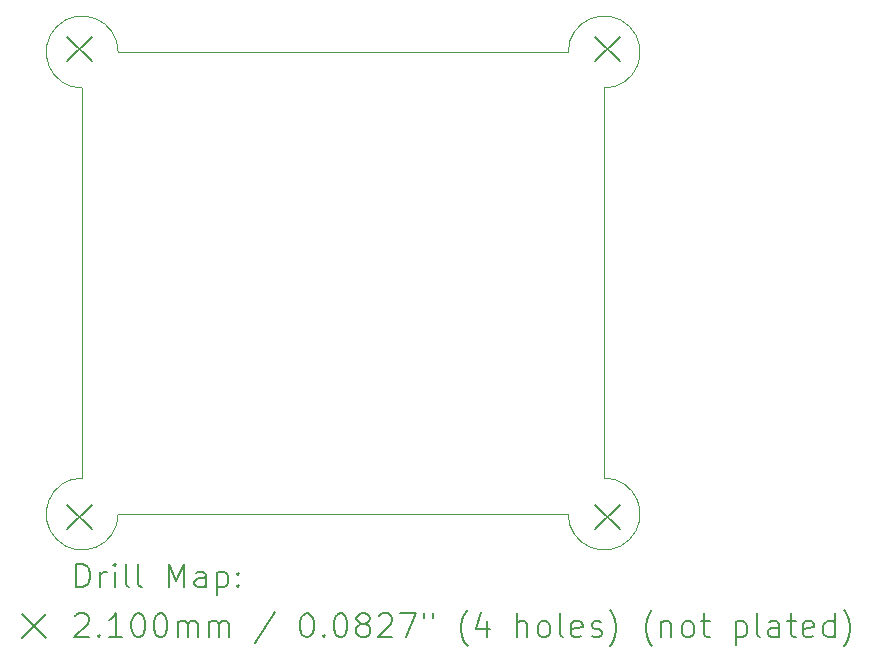
<source format=gbr>
%TF.GenerationSoftware,KiCad,Pcbnew,7.0.10*%
%TF.CreationDate,2024-02-27T03:30:27+03:00*%
%TF.ProjectId,Arduino_Datalogger,41726475-696e-46f5-9f44-6174616c6f67,1.0*%
%TF.SameCoordinates,Original*%
%TF.FileFunction,Drillmap*%
%TF.FilePolarity,Positive*%
%FSLAX45Y45*%
G04 Gerber Fmt 4.5, Leading zero omitted, Abs format (unit mm)*
G04 Created by KiCad (PCBNEW 7.0.10) date 2024-02-27 03:30:27*
%MOMM*%
%LPD*%
G01*
G04 APERTURE LIST*
%ADD10C,0.100000*%
%ADD11C,0.200000*%
%ADD12C,0.210000*%
G04 APERTURE END LIST*
D10*
X13157200Y-10490200D02*
G75*
G03*
X13462000Y-10795000I0J-304800D01*
G01*
X17576800Y-10490200D02*
X17576800Y-7188200D01*
X13157200Y-7188200D02*
X13157200Y-10490200D01*
X17576800Y-7188200D02*
G75*
G03*
X17272000Y-6883400I0J304800D01*
G01*
X17272000Y-6883400D02*
X13462000Y-6883400D01*
X13462000Y-10795000D02*
X17272000Y-10795000D01*
X17272000Y-10795000D02*
G75*
G03*
X17576800Y-10490200I304800J0D01*
G01*
X13462000Y-6883400D02*
G75*
G03*
X13157200Y-7188200I-304800J0D01*
G01*
D11*
D12*
X13026800Y-6753000D02*
X13236800Y-6963000D01*
X13236800Y-6753000D02*
X13026800Y-6963000D01*
X13026800Y-10715400D02*
X13236800Y-10925400D01*
X13236800Y-10715400D02*
X13026800Y-10925400D01*
X17497200Y-6753000D02*
X17707200Y-6963000D01*
X17707200Y-6753000D02*
X17497200Y-6963000D01*
X17497200Y-10715400D02*
X17707200Y-10925400D01*
X17707200Y-10715400D02*
X17497200Y-10925400D01*
D11*
X13108177Y-11416284D02*
X13108177Y-11216284D01*
X13108177Y-11216284D02*
X13155796Y-11216284D01*
X13155796Y-11216284D02*
X13184367Y-11225808D01*
X13184367Y-11225808D02*
X13203415Y-11244855D01*
X13203415Y-11244855D02*
X13212939Y-11263903D01*
X13212939Y-11263903D02*
X13222462Y-11301998D01*
X13222462Y-11301998D02*
X13222462Y-11330569D01*
X13222462Y-11330569D02*
X13212939Y-11368665D01*
X13212939Y-11368665D02*
X13203415Y-11387712D01*
X13203415Y-11387712D02*
X13184367Y-11406760D01*
X13184367Y-11406760D02*
X13155796Y-11416284D01*
X13155796Y-11416284D02*
X13108177Y-11416284D01*
X13308177Y-11416284D02*
X13308177Y-11282950D01*
X13308177Y-11321046D02*
X13317701Y-11301998D01*
X13317701Y-11301998D02*
X13327224Y-11292474D01*
X13327224Y-11292474D02*
X13346272Y-11282950D01*
X13346272Y-11282950D02*
X13365320Y-11282950D01*
X13431986Y-11416284D02*
X13431986Y-11282950D01*
X13431986Y-11216284D02*
X13422462Y-11225808D01*
X13422462Y-11225808D02*
X13431986Y-11235331D01*
X13431986Y-11235331D02*
X13441510Y-11225808D01*
X13441510Y-11225808D02*
X13431986Y-11216284D01*
X13431986Y-11216284D02*
X13431986Y-11235331D01*
X13555796Y-11416284D02*
X13536748Y-11406760D01*
X13536748Y-11406760D02*
X13527224Y-11387712D01*
X13527224Y-11387712D02*
X13527224Y-11216284D01*
X13660558Y-11416284D02*
X13641510Y-11406760D01*
X13641510Y-11406760D02*
X13631986Y-11387712D01*
X13631986Y-11387712D02*
X13631986Y-11216284D01*
X13889129Y-11416284D02*
X13889129Y-11216284D01*
X13889129Y-11216284D02*
X13955796Y-11359141D01*
X13955796Y-11359141D02*
X14022462Y-11216284D01*
X14022462Y-11216284D02*
X14022462Y-11416284D01*
X14203415Y-11416284D02*
X14203415Y-11311522D01*
X14203415Y-11311522D02*
X14193891Y-11292474D01*
X14193891Y-11292474D02*
X14174843Y-11282950D01*
X14174843Y-11282950D02*
X14136748Y-11282950D01*
X14136748Y-11282950D02*
X14117701Y-11292474D01*
X14203415Y-11406760D02*
X14184367Y-11416284D01*
X14184367Y-11416284D02*
X14136748Y-11416284D01*
X14136748Y-11416284D02*
X14117701Y-11406760D01*
X14117701Y-11406760D02*
X14108177Y-11387712D01*
X14108177Y-11387712D02*
X14108177Y-11368665D01*
X14108177Y-11368665D02*
X14117701Y-11349617D01*
X14117701Y-11349617D02*
X14136748Y-11340093D01*
X14136748Y-11340093D02*
X14184367Y-11340093D01*
X14184367Y-11340093D02*
X14203415Y-11330569D01*
X14298653Y-11282950D02*
X14298653Y-11482950D01*
X14298653Y-11292474D02*
X14317701Y-11282950D01*
X14317701Y-11282950D02*
X14355796Y-11282950D01*
X14355796Y-11282950D02*
X14374843Y-11292474D01*
X14374843Y-11292474D02*
X14384367Y-11301998D01*
X14384367Y-11301998D02*
X14393891Y-11321046D01*
X14393891Y-11321046D02*
X14393891Y-11378188D01*
X14393891Y-11378188D02*
X14384367Y-11397236D01*
X14384367Y-11397236D02*
X14374843Y-11406760D01*
X14374843Y-11406760D02*
X14355796Y-11416284D01*
X14355796Y-11416284D02*
X14317701Y-11416284D01*
X14317701Y-11416284D02*
X14298653Y-11406760D01*
X14479605Y-11397236D02*
X14489129Y-11406760D01*
X14489129Y-11406760D02*
X14479605Y-11416284D01*
X14479605Y-11416284D02*
X14470082Y-11406760D01*
X14470082Y-11406760D02*
X14479605Y-11397236D01*
X14479605Y-11397236D02*
X14479605Y-11416284D01*
X14479605Y-11292474D02*
X14489129Y-11301998D01*
X14489129Y-11301998D02*
X14479605Y-11311522D01*
X14479605Y-11311522D02*
X14470082Y-11301998D01*
X14470082Y-11301998D02*
X14479605Y-11292474D01*
X14479605Y-11292474D02*
X14479605Y-11311522D01*
X12647400Y-11644800D02*
X12847400Y-11844800D01*
X12847400Y-11644800D02*
X12647400Y-11844800D01*
X13098653Y-11655331D02*
X13108177Y-11645808D01*
X13108177Y-11645808D02*
X13127224Y-11636284D01*
X13127224Y-11636284D02*
X13174843Y-11636284D01*
X13174843Y-11636284D02*
X13193891Y-11645808D01*
X13193891Y-11645808D02*
X13203415Y-11655331D01*
X13203415Y-11655331D02*
X13212939Y-11674379D01*
X13212939Y-11674379D02*
X13212939Y-11693427D01*
X13212939Y-11693427D02*
X13203415Y-11721998D01*
X13203415Y-11721998D02*
X13089129Y-11836284D01*
X13089129Y-11836284D02*
X13212939Y-11836284D01*
X13298653Y-11817236D02*
X13308177Y-11826760D01*
X13308177Y-11826760D02*
X13298653Y-11836284D01*
X13298653Y-11836284D02*
X13289129Y-11826760D01*
X13289129Y-11826760D02*
X13298653Y-11817236D01*
X13298653Y-11817236D02*
X13298653Y-11836284D01*
X13498653Y-11836284D02*
X13384367Y-11836284D01*
X13441510Y-11836284D02*
X13441510Y-11636284D01*
X13441510Y-11636284D02*
X13422462Y-11664855D01*
X13422462Y-11664855D02*
X13403415Y-11683903D01*
X13403415Y-11683903D02*
X13384367Y-11693427D01*
X13622462Y-11636284D02*
X13641510Y-11636284D01*
X13641510Y-11636284D02*
X13660558Y-11645808D01*
X13660558Y-11645808D02*
X13670082Y-11655331D01*
X13670082Y-11655331D02*
X13679605Y-11674379D01*
X13679605Y-11674379D02*
X13689129Y-11712474D01*
X13689129Y-11712474D02*
X13689129Y-11760093D01*
X13689129Y-11760093D02*
X13679605Y-11798188D01*
X13679605Y-11798188D02*
X13670082Y-11817236D01*
X13670082Y-11817236D02*
X13660558Y-11826760D01*
X13660558Y-11826760D02*
X13641510Y-11836284D01*
X13641510Y-11836284D02*
X13622462Y-11836284D01*
X13622462Y-11836284D02*
X13603415Y-11826760D01*
X13603415Y-11826760D02*
X13593891Y-11817236D01*
X13593891Y-11817236D02*
X13584367Y-11798188D01*
X13584367Y-11798188D02*
X13574843Y-11760093D01*
X13574843Y-11760093D02*
X13574843Y-11712474D01*
X13574843Y-11712474D02*
X13584367Y-11674379D01*
X13584367Y-11674379D02*
X13593891Y-11655331D01*
X13593891Y-11655331D02*
X13603415Y-11645808D01*
X13603415Y-11645808D02*
X13622462Y-11636284D01*
X13812939Y-11636284D02*
X13831986Y-11636284D01*
X13831986Y-11636284D02*
X13851034Y-11645808D01*
X13851034Y-11645808D02*
X13860558Y-11655331D01*
X13860558Y-11655331D02*
X13870082Y-11674379D01*
X13870082Y-11674379D02*
X13879605Y-11712474D01*
X13879605Y-11712474D02*
X13879605Y-11760093D01*
X13879605Y-11760093D02*
X13870082Y-11798188D01*
X13870082Y-11798188D02*
X13860558Y-11817236D01*
X13860558Y-11817236D02*
X13851034Y-11826760D01*
X13851034Y-11826760D02*
X13831986Y-11836284D01*
X13831986Y-11836284D02*
X13812939Y-11836284D01*
X13812939Y-11836284D02*
X13793891Y-11826760D01*
X13793891Y-11826760D02*
X13784367Y-11817236D01*
X13784367Y-11817236D02*
X13774843Y-11798188D01*
X13774843Y-11798188D02*
X13765320Y-11760093D01*
X13765320Y-11760093D02*
X13765320Y-11712474D01*
X13765320Y-11712474D02*
X13774843Y-11674379D01*
X13774843Y-11674379D02*
X13784367Y-11655331D01*
X13784367Y-11655331D02*
X13793891Y-11645808D01*
X13793891Y-11645808D02*
X13812939Y-11636284D01*
X13965320Y-11836284D02*
X13965320Y-11702950D01*
X13965320Y-11721998D02*
X13974843Y-11712474D01*
X13974843Y-11712474D02*
X13993891Y-11702950D01*
X13993891Y-11702950D02*
X14022463Y-11702950D01*
X14022463Y-11702950D02*
X14041510Y-11712474D01*
X14041510Y-11712474D02*
X14051034Y-11731522D01*
X14051034Y-11731522D02*
X14051034Y-11836284D01*
X14051034Y-11731522D02*
X14060558Y-11712474D01*
X14060558Y-11712474D02*
X14079605Y-11702950D01*
X14079605Y-11702950D02*
X14108177Y-11702950D01*
X14108177Y-11702950D02*
X14127224Y-11712474D01*
X14127224Y-11712474D02*
X14136748Y-11731522D01*
X14136748Y-11731522D02*
X14136748Y-11836284D01*
X14231986Y-11836284D02*
X14231986Y-11702950D01*
X14231986Y-11721998D02*
X14241510Y-11712474D01*
X14241510Y-11712474D02*
X14260558Y-11702950D01*
X14260558Y-11702950D02*
X14289129Y-11702950D01*
X14289129Y-11702950D02*
X14308177Y-11712474D01*
X14308177Y-11712474D02*
X14317701Y-11731522D01*
X14317701Y-11731522D02*
X14317701Y-11836284D01*
X14317701Y-11731522D02*
X14327224Y-11712474D01*
X14327224Y-11712474D02*
X14346272Y-11702950D01*
X14346272Y-11702950D02*
X14374843Y-11702950D01*
X14374843Y-11702950D02*
X14393891Y-11712474D01*
X14393891Y-11712474D02*
X14403415Y-11731522D01*
X14403415Y-11731522D02*
X14403415Y-11836284D01*
X14793891Y-11626760D02*
X14622463Y-11883903D01*
X15051034Y-11636284D02*
X15070082Y-11636284D01*
X15070082Y-11636284D02*
X15089129Y-11645808D01*
X15089129Y-11645808D02*
X15098653Y-11655331D01*
X15098653Y-11655331D02*
X15108177Y-11674379D01*
X15108177Y-11674379D02*
X15117701Y-11712474D01*
X15117701Y-11712474D02*
X15117701Y-11760093D01*
X15117701Y-11760093D02*
X15108177Y-11798188D01*
X15108177Y-11798188D02*
X15098653Y-11817236D01*
X15098653Y-11817236D02*
X15089129Y-11826760D01*
X15089129Y-11826760D02*
X15070082Y-11836284D01*
X15070082Y-11836284D02*
X15051034Y-11836284D01*
X15051034Y-11836284D02*
X15031986Y-11826760D01*
X15031986Y-11826760D02*
X15022463Y-11817236D01*
X15022463Y-11817236D02*
X15012939Y-11798188D01*
X15012939Y-11798188D02*
X15003415Y-11760093D01*
X15003415Y-11760093D02*
X15003415Y-11712474D01*
X15003415Y-11712474D02*
X15012939Y-11674379D01*
X15012939Y-11674379D02*
X15022463Y-11655331D01*
X15022463Y-11655331D02*
X15031986Y-11645808D01*
X15031986Y-11645808D02*
X15051034Y-11636284D01*
X15203415Y-11817236D02*
X15212939Y-11826760D01*
X15212939Y-11826760D02*
X15203415Y-11836284D01*
X15203415Y-11836284D02*
X15193891Y-11826760D01*
X15193891Y-11826760D02*
X15203415Y-11817236D01*
X15203415Y-11817236D02*
X15203415Y-11836284D01*
X15336748Y-11636284D02*
X15355796Y-11636284D01*
X15355796Y-11636284D02*
X15374844Y-11645808D01*
X15374844Y-11645808D02*
X15384367Y-11655331D01*
X15384367Y-11655331D02*
X15393891Y-11674379D01*
X15393891Y-11674379D02*
X15403415Y-11712474D01*
X15403415Y-11712474D02*
X15403415Y-11760093D01*
X15403415Y-11760093D02*
X15393891Y-11798188D01*
X15393891Y-11798188D02*
X15384367Y-11817236D01*
X15384367Y-11817236D02*
X15374844Y-11826760D01*
X15374844Y-11826760D02*
X15355796Y-11836284D01*
X15355796Y-11836284D02*
X15336748Y-11836284D01*
X15336748Y-11836284D02*
X15317701Y-11826760D01*
X15317701Y-11826760D02*
X15308177Y-11817236D01*
X15308177Y-11817236D02*
X15298653Y-11798188D01*
X15298653Y-11798188D02*
X15289129Y-11760093D01*
X15289129Y-11760093D02*
X15289129Y-11712474D01*
X15289129Y-11712474D02*
X15298653Y-11674379D01*
X15298653Y-11674379D02*
X15308177Y-11655331D01*
X15308177Y-11655331D02*
X15317701Y-11645808D01*
X15317701Y-11645808D02*
X15336748Y-11636284D01*
X15517701Y-11721998D02*
X15498653Y-11712474D01*
X15498653Y-11712474D02*
X15489129Y-11702950D01*
X15489129Y-11702950D02*
X15479606Y-11683903D01*
X15479606Y-11683903D02*
X15479606Y-11674379D01*
X15479606Y-11674379D02*
X15489129Y-11655331D01*
X15489129Y-11655331D02*
X15498653Y-11645808D01*
X15498653Y-11645808D02*
X15517701Y-11636284D01*
X15517701Y-11636284D02*
X15555796Y-11636284D01*
X15555796Y-11636284D02*
X15574844Y-11645808D01*
X15574844Y-11645808D02*
X15584367Y-11655331D01*
X15584367Y-11655331D02*
X15593891Y-11674379D01*
X15593891Y-11674379D02*
X15593891Y-11683903D01*
X15593891Y-11683903D02*
X15584367Y-11702950D01*
X15584367Y-11702950D02*
X15574844Y-11712474D01*
X15574844Y-11712474D02*
X15555796Y-11721998D01*
X15555796Y-11721998D02*
X15517701Y-11721998D01*
X15517701Y-11721998D02*
X15498653Y-11731522D01*
X15498653Y-11731522D02*
X15489129Y-11741046D01*
X15489129Y-11741046D02*
X15479606Y-11760093D01*
X15479606Y-11760093D02*
X15479606Y-11798188D01*
X15479606Y-11798188D02*
X15489129Y-11817236D01*
X15489129Y-11817236D02*
X15498653Y-11826760D01*
X15498653Y-11826760D02*
X15517701Y-11836284D01*
X15517701Y-11836284D02*
X15555796Y-11836284D01*
X15555796Y-11836284D02*
X15574844Y-11826760D01*
X15574844Y-11826760D02*
X15584367Y-11817236D01*
X15584367Y-11817236D02*
X15593891Y-11798188D01*
X15593891Y-11798188D02*
X15593891Y-11760093D01*
X15593891Y-11760093D02*
X15584367Y-11741046D01*
X15584367Y-11741046D02*
X15574844Y-11731522D01*
X15574844Y-11731522D02*
X15555796Y-11721998D01*
X15670082Y-11655331D02*
X15679606Y-11645808D01*
X15679606Y-11645808D02*
X15698653Y-11636284D01*
X15698653Y-11636284D02*
X15746272Y-11636284D01*
X15746272Y-11636284D02*
X15765320Y-11645808D01*
X15765320Y-11645808D02*
X15774844Y-11655331D01*
X15774844Y-11655331D02*
X15784367Y-11674379D01*
X15784367Y-11674379D02*
X15784367Y-11693427D01*
X15784367Y-11693427D02*
X15774844Y-11721998D01*
X15774844Y-11721998D02*
X15660558Y-11836284D01*
X15660558Y-11836284D02*
X15784367Y-11836284D01*
X15851034Y-11636284D02*
X15984367Y-11636284D01*
X15984367Y-11636284D02*
X15898653Y-11836284D01*
X16051034Y-11636284D02*
X16051034Y-11674379D01*
X16127225Y-11636284D02*
X16127225Y-11674379D01*
X16422463Y-11912474D02*
X16412939Y-11902950D01*
X16412939Y-11902950D02*
X16393891Y-11874379D01*
X16393891Y-11874379D02*
X16384368Y-11855331D01*
X16384368Y-11855331D02*
X16374844Y-11826760D01*
X16374844Y-11826760D02*
X16365320Y-11779141D01*
X16365320Y-11779141D02*
X16365320Y-11741046D01*
X16365320Y-11741046D02*
X16374844Y-11693427D01*
X16374844Y-11693427D02*
X16384368Y-11664855D01*
X16384368Y-11664855D02*
X16393891Y-11645808D01*
X16393891Y-11645808D02*
X16412939Y-11617236D01*
X16412939Y-11617236D02*
X16422463Y-11607712D01*
X16584368Y-11702950D02*
X16584368Y-11836284D01*
X16536748Y-11626760D02*
X16489129Y-11769617D01*
X16489129Y-11769617D02*
X16612939Y-11769617D01*
X16841511Y-11836284D02*
X16841511Y-11636284D01*
X16927225Y-11836284D02*
X16927225Y-11731522D01*
X16927225Y-11731522D02*
X16917701Y-11712474D01*
X16917701Y-11712474D02*
X16898653Y-11702950D01*
X16898653Y-11702950D02*
X16870082Y-11702950D01*
X16870082Y-11702950D02*
X16851034Y-11712474D01*
X16851034Y-11712474D02*
X16841511Y-11721998D01*
X17051034Y-11836284D02*
X17031987Y-11826760D01*
X17031987Y-11826760D02*
X17022463Y-11817236D01*
X17022463Y-11817236D02*
X17012939Y-11798188D01*
X17012939Y-11798188D02*
X17012939Y-11741046D01*
X17012939Y-11741046D02*
X17022463Y-11721998D01*
X17022463Y-11721998D02*
X17031987Y-11712474D01*
X17031987Y-11712474D02*
X17051034Y-11702950D01*
X17051034Y-11702950D02*
X17079606Y-11702950D01*
X17079606Y-11702950D02*
X17098653Y-11712474D01*
X17098653Y-11712474D02*
X17108177Y-11721998D01*
X17108177Y-11721998D02*
X17117701Y-11741046D01*
X17117701Y-11741046D02*
X17117701Y-11798188D01*
X17117701Y-11798188D02*
X17108177Y-11817236D01*
X17108177Y-11817236D02*
X17098653Y-11826760D01*
X17098653Y-11826760D02*
X17079606Y-11836284D01*
X17079606Y-11836284D02*
X17051034Y-11836284D01*
X17231987Y-11836284D02*
X17212939Y-11826760D01*
X17212939Y-11826760D02*
X17203415Y-11807712D01*
X17203415Y-11807712D02*
X17203415Y-11636284D01*
X17384368Y-11826760D02*
X17365320Y-11836284D01*
X17365320Y-11836284D02*
X17327225Y-11836284D01*
X17327225Y-11836284D02*
X17308177Y-11826760D01*
X17308177Y-11826760D02*
X17298653Y-11807712D01*
X17298653Y-11807712D02*
X17298653Y-11731522D01*
X17298653Y-11731522D02*
X17308177Y-11712474D01*
X17308177Y-11712474D02*
X17327225Y-11702950D01*
X17327225Y-11702950D02*
X17365320Y-11702950D01*
X17365320Y-11702950D02*
X17384368Y-11712474D01*
X17384368Y-11712474D02*
X17393892Y-11731522D01*
X17393892Y-11731522D02*
X17393892Y-11750569D01*
X17393892Y-11750569D02*
X17298653Y-11769617D01*
X17470082Y-11826760D02*
X17489130Y-11836284D01*
X17489130Y-11836284D02*
X17527225Y-11836284D01*
X17527225Y-11836284D02*
X17546273Y-11826760D01*
X17546273Y-11826760D02*
X17555796Y-11807712D01*
X17555796Y-11807712D02*
X17555796Y-11798188D01*
X17555796Y-11798188D02*
X17546273Y-11779141D01*
X17546273Y-11779141D02*
X17527225Y-11769617D01*
X17527225Y-11769617D02*
X17498653Y-11769617D01*
X17498653Y-11769617D02*
X17479606Y-11760093D01*
X17479606Y-11760093D02*
X17470082Y-11741046D01*
X17470082Y-11741046D02*
X17470082Y-11731522D01*
X17470082Y-11731522D02*
X17479606Y-11712474D01*
X17479606Y-11712474D02*
X17498653Y-11702950D01*
X17498653Y-11702950D02*
X17527225Y-11702950D01*
X17527225Y-11702950D02*
X17546273Y-11712474D01*
X17622463Y-11912474D02*
X17631987Y-11902950D01*
X17631987Y-11902950D02*
X17651034Y-11874379D01*
X17651034Y-11874379D02*
X17660558Y-11855331D01*
X17660558Y-11855331D02*
X17670082Y-11826760D01*
X17670082Y-11826760D02*
X17679606Y-11779141D01*
X17679606Y-11779141D02*
X17679606Y-11741046D01*
X17679606Y-11741046D02*
X17670082Y-11693427D01*
X17670082Y-11693427D02*
X17660558Y-11664855D01*
X17660558Y-11664855D02*
X17651034Y-11645808D01*
X17651034Y-11645808D02*
X17631987Y-11617236D01*
X17631987Y-11617236D02*
X17622463Y-11607712D01*
X17984368Y-11912474D02*
X17974844Y-11902950D01*
X17974844Y-11902950D02*
X17955796Y-11874379D01*
X17955796Y-11874379D02*
X17946273Y-11855331D01*
X17946273Y-11855331D02*
X17936749Y-11826760D01*
X17936749Y-11826760D02*
X17927225Y-11779141D01*
X17927225Y-11779141D02*
X17927225Y-11741046D01*
X17927225Y-11741046D02*
X17936749Y-11693427D01*
X17936749Y-11693427D02*
X17946273Y-11664855D01*
X17946273Y-11664855D02*
X17955796Y-11645808D01*
X17955796Y-11645808D02*
X17974844Y-11617236D01*
X17974844Y-11617236D02*
X17984368Y-11607712D01*
X18060558Y-11702950D02*
X18060558Y-11836284D01*
X18060558Y-11721998D02*
X18070082Y-11712474D01*
X18070082Y-11712474D02*
X18089130Y-11702950D01*
X18089130Y-11702950D02*
X18117701Y-11702950D01*
X18117701Y-11702950D02*
X18136749Y-11712474D01*
X18136749Y-11712474D02*
X18146273Y-11731522D01*
X18146273Y-11731522D02*
X18146273Y-11836284D01*
X18270082Y-11836284D02*
X18251034Y-11826760D01*
X18251034Y-11826760D02*
X18241511Y-11817236D01*
X18241511Y-11817236D02*
X18231987Y-11798188D01*
X18231987Y-11798188D02*
X18231987Y-11741046D01*
X18231987Y-11741046D02*
X18241511Y-11721998D01*
X18241511Y-11721998D02*
X18251034Y-11712474D01*
X18251034Y-11712474D02*
X18270082Y-11702950D01*
X18270082Y-11702950D02*
X18298654Y-11702950D01*
X18298654Y-11702950D02*
X18317701Y-11712474D01*
X18317701Y-11712474D02*
X18327225Y-11721998D01*
X18327225Y-11721998D02*
X18336749Y-11741046D01*
X18336749Y-11741046D02*
X18336749Y-11798188D01*
X18336749Y-11798188D02*
X18327225Y-11817236D01*
X18327225Y-11817236D02*
X18317701Y-11826760D01*
X18317701Y-11826760D02*
X18298654Y-11836284D01*
X18298654Y-11836284D02*
X18270082Y-11836284D01*
X18393892Y-11702950D02*
X18470082Y-11702950D01*
X18422463Y-11636284D02*
X18422463Y-11807712D01*
X18422463Y-11807712D02*
X18431987Y-11826760D01*
X18431987Y-11826760D02*
X18451034Y-11836284D01*
X18451034Y-11836284D02*
X18470082Y-11836284D01*
X18689130Y-11702950D02*
X18689130Y-11902950D01*
X18689130Y-11712474D02*
X18708177Y-11702950D01*
X18708177Y-11702950D02*
X18746273Y-11702950D01*
X18746273Y-11702950D02*
X18765320Y-11712474D01*
X18765320Y-11712474D02*
X18774844Y-11721998D01*
X18774844Y-11721998D02*
X18784368Y-11741046D01*
X18784368Y-11741046D02*
X18784368Y-11798188D01*
X18784368Y-11798188D02*
X18774844Y-11817236D01*
X18774844Y-11817236D02*
X18765320Y-11826760D01*
X18765320Y-11826760D02*
X18746273Y-11836284D01*
X18746273Y-11836284D02*
X18708177Y-11836284D01*
X18708177Y-11836284D02*
X18689130Y-11826760D01*
X18898654Y-11836284D02*
X18879606Y-11826760D01*
X18879606Y-11826760D02*
X18870082Y-11807712D01*
X18870082Y-11807712D02*
X18870082Y-11636284D01*
X19060558Y-11836284D02*
X19060558Y-11731522D01*
X19060558Y-11731522D02*
X19051035Y-11712474D01*
X19051035Y-11712474D02*
X19031987Y-11702950D01*
X19031987Y-11702950D02*
X18993892Y-11702950D01*
X18993892Y-11702950D02*
X18974844Y-11712474D01*
X19060558Y-11826760D02*
X19041511Y-11836284D01*
X19041511Y-11836284D02*
X18993892Y-11836284D01*
X18993892Y-11836284D02*
X18974844Y-11826760D01*
X18974844Y-11826760D02*
X18965320Y-11807712D01*
X18965320Y-11807712D02*
X18965320Y-11788665D01*
X18965320Y-11788665D02*
X18974844Y-11769617D01*
X18974844Y-11769617D02*
X18993892Y-11760093D01*
X18993892Y-11760093D02*
X19041511Y-11760093D01*
X19041511Y-11760093D02*
X19060558Y-11750569D01*
X19127225Y-11702950D02*
X19203415Y-11702950D01*
X19155796Y-11636284D02*
X19155796Y-11807712D01*
X19155796Y-11807712D02*
X19165320Y-11826760D01*
X19165320Y-11826760D02*
X19184368Y-11836284D01*
X19184368Y-11836284D02*
X19203415Y-11836284D01*
X19346273Y-11826760D02*
X19327225Y-11836284D01*
X19327225Y-11836284D02*
X19289130Y-11836284D01*
X19289130Y-11836284D02*
X19270082Y-11826760D01*
X19270082Y-11826760D02*
X19260558Y-11807712D01*
X19260558Y-11807712D02*
X19260558Y-11731522D01*
X19260558Y-11731522D02*
X19270082Y-11712474D01*
X19270082Y-11712474D02*
X19289130Y-11702950D01*
X19289130Y-11702950D02*
X19327225Y-11702950D01*
X19327225Y-11702950D02*
X19346273Y-11712474D01*
X19346273Y-11712474D02*
X19355796Y-11731522D01*
X19355796Y-11731522D02*
X19355796Y-11750569D01*
X19355796Y-11750569D02*
X19260558Y-11769617D01*
X19527225Y-11836284D02*
X19527225Y-11636284D01*
X19527225Y-11826760D02*
X19508177Y-11836284D01*
X19508177Y-11836284D02*
X19470082Y-11836284D01*
X19470082Y-11836284D02*
X19451035Y-11826760D01*
X19451035Y-11826760D02*
X19441511Y-11817236D01*
X19441511Y-11817236D02*
X19431987Y-11798188D01*
X19431987Y-11798188D02*
X19431987Y-11741046D01*
X19431987Y-11741046D02*
X19441511Y-11721998D01*
X19441511Y-11721998D02*
X19451035Y-11712474D01*
X19451035Y-11712474D02*
X19470082Y-11702950D01*
X19470082Y-11702950D02*
X19508177Y-11702950D01*
X19508177Y-11702950D02*
X19527225Y-11712474D01*
X19603416Y-11912474D02*
X19612939Y-11902950D01*
X19612939Y-11902950D02*
X19631987Y-11874379D01*
X19631987Y-11874379D02*
X19641511Y-11855331D01*
X19641511Y-11855331D02*
X19651035Y-11826760D01*
X19651035Y-11826760D02*
X19660558Y-11779141D01*
X19660558Y-11779141D02*
X19660558Y-11741046D01*
X19660558Y-11741046D02*
X19651035Y-11693427D01*
X19651035Y-11693427D02*
X19641511Y-11664855D01*
X19641511Y-11664855D02*
X19631987Y-11645808D01*
X19631987Y-11645808D02*
X19612939Y-11617236D01*
X19612939Y-11617236D02*
X19603416Y-11607712D01*
M02*

</source>
